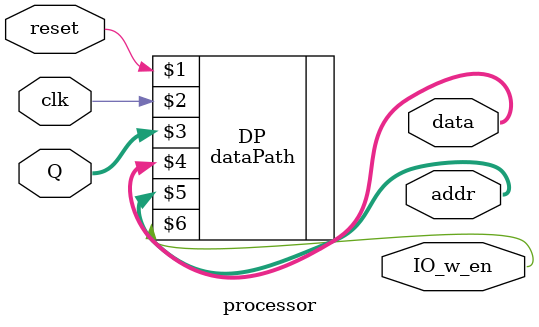
<source format=v>
module processor (clk, reset, Q, data, addr, IO_w_en);
// For the sd card io
// 1 bit: load, store
// 16 bit: rblock, roffset
// LDSD r0, r1

// For all other I/O
// 16 bit: memaddr, memrdata, memwdata

input clk, reset;
input [15:0] Q;
wire regwrite;
wire [3:0] wa, immLo, ra1, ra2;
wire [7:0] aluop, ld_pc_disp;
wire  we_a, LD_mux_en_a, pc_en, ld_pc_en,pc_mux, flag_en, wr_pc;
wire [15:0] q_a; 
wire [4:0] flags_out;
output [15:0] data, addr;
output IO_w_en;

dataPath DP(reset, clk, Q, data, addr, IO_w_en);


endmodule 
</source>
